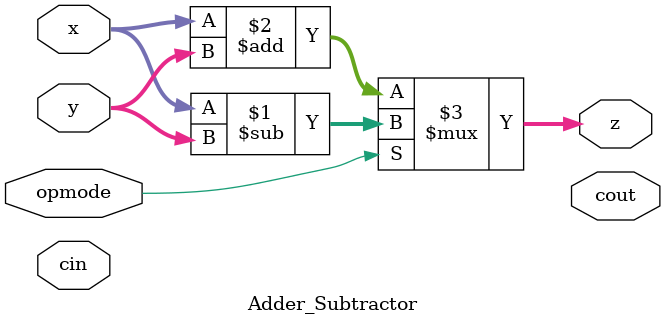
<source format=v>
`timescale 1ns / 1ps


module Adder_Subtractor #( 
    parameter DATA_WIDTH = 18, // Width of data bus
    parameter TYPE = "PRE" 
)(
    input  opmode, // opmode: 0 for addition, 1 for subtraction
    
    input  [DATA_WIDTH - 1:0] x, // Operand x
    input  [DATA_WIDTH - 1:0] y, // Operand y
    
    output [DATA_WIDTH - 1:0] z, // Output result
    
    input  cin,
    output cout
);

    generate 
        if (TYPE == "PRE") begin
            assign z = opmode ? (x - y) : (x + y);
        end else if (TYPE == "POST") begin
            assign {cout, z} = opmode ? (x - (y + cin)) : (x + (y + cin));
        end
    endgenerate 

endmodule

</source>
